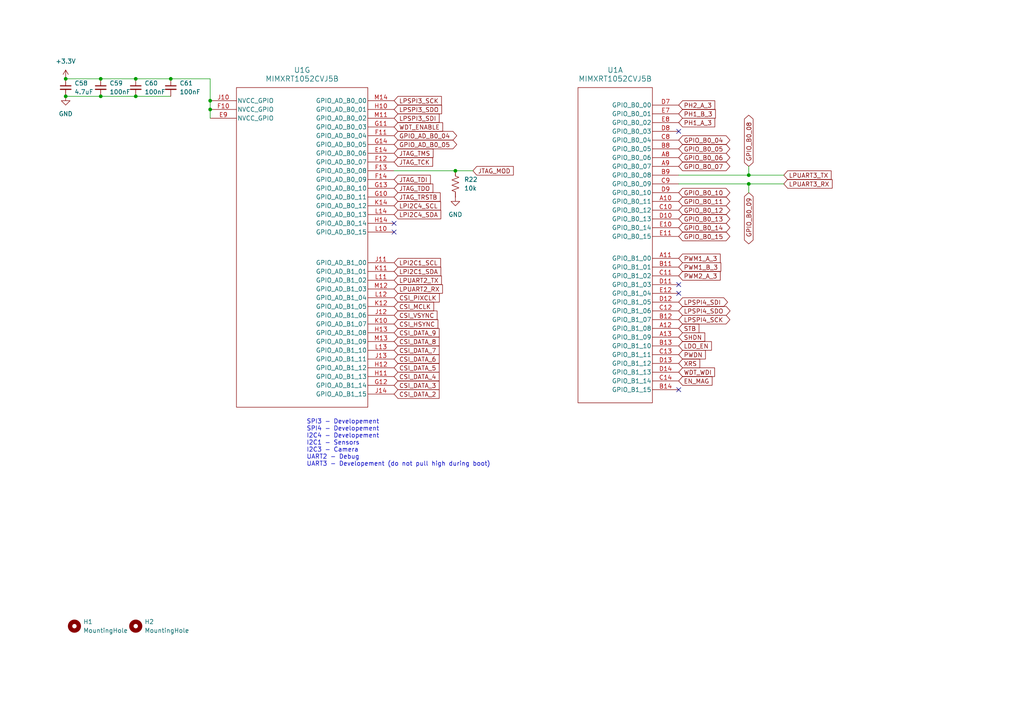
<source format=kicad_sch>
(kicad_sch (version 20250114) (generator "eeschema") (generator_version "9.0")
  (paper "A4")
  (title_block (title "Payload Board for Pleiades Atlas") (rev "v0.2") (company "Northeastern University") (comment 1 "Designed by Madhav Kapa"))
  (lib_symbols
    (symbol "Device:C_Small" (pin_numbers (hide yes)) (pin_names (offset 0.254) (hide yes))
      (property "Reference" "C" (at 0.254 1.778 0))
      (property "Value" "C_Small" (at 0.254 -2.032 0))
      (symbol "C_Small_0_1"
        (polyline (pts (xy -1.524 0.508) (xy 1.524 0.508)) (stroke (width 0.3048)))
        (polyline (pts (xy -1.524 -0.508) (xy 1.524 -0.508)) (stroke (width 0.3302)))
      )
      (symbol "C_Small_1_1"
        (pin passive line (at 0 2.54 270) (length 2.032) (name "~") (number "1"))
        (pin passive line (at 0 -2.54 90) (length 2.032) (name "~") (number "2"))
      )
    )
    (symbol "Device:R_US" (pin_numbers (hide yes)) (pin_names (offset 0))
      (property "Reference" "R" (at 2.54 0 90))
      (property "Value" "R_US" (at -2.54 0 90))
      (symbol "R_US_0_1"
        (polyline (pts (xy 0 2.286) (xy 0 2.54)))
        (polyline (pts (xy 0 2.286) (xy 1.016 1.905) (xy 0 1.524) (xy -1.016 1.143) (xy 0 0.762)))
        (polyline (pts (xy 0 0.762) (xy 1.016 0.381) (xy 0 0) (xy -1.016 -0.381) (xy 0 -0.762)))
        (polyline (pts (xy 0 -0.762) (xy 1.016 -1.143) (xy 0 -1.524) (xy -1.016 -1.905) (xy 0 -2.286)))
        (polyline (pts (xy 0 -2.286) (xy 0 -2.54)))
      )
      (symbol "R_US_1_1"
        (pin passive line (at 0 3.81 270) (length 1.27) (name "~") (number "1"))
        (pin passive line (at 0 -3.81 90) (length 1.27) (name "~") (number "2"))
      )
    )
    (symbol "MIMXRT1052CVJ5B:MIMXRT1052CVJ5B" (pin_names (offset 0.254))
      (property "Reference" "U" (at 38.1 10.16 0))
      (property "Value" "MIMXRT1052CVJ5B" (at 38.1 7.62 0))
      (symbol "MIMXRT1052CVJ5B_1_1"
        (rectangle (start 0 0) (end 21.59 -91.44))
        (pin bidirectional line (at 29.21 -5.08 180) (length 7.62) (name "GPIO_B0_00") (number "D7"))
        (pin bidirectional line (at 29.21 -7.62 180) (length 7.62) (name "GPIO_B0_01") (number "E7"))
        (pin bidirectional line (at 29.21 -10.16 180) (length 7.62) (name "GPIO_B0_02") (number "E8"))
        (pin bidirectional line (at 29.21 -12.7 180) (length 7.62) (name "GPIO_B0_03") (number "D8"))
        (pin bidirectional line (at 29.21 -15.24 180) (length 7.62) (name "GPIO_B0_04") (number "C8"))
        (pin bidirectional line (at 29.21 -17.78 180) (length 7.62) (name "GPIO_B0_05") (number "B8"))
        (pin bidirectional line (at 29.21 -20.32 180) (length 7.62) (name "GPIO_B0_06") (number "A8"))
        (pin bidirectional line (at 29.21 -22.86 180) (length 7.62) (name "GPIO_B0_07") (number "A9"))
        (pin bidirectional line (at 29.21 -25.4 180) (length 7.62) (name "GPIO_B0_08") (number "B9"))
        (pin bidirectional line (at 29.21 -27.94 180) (length 7.62) (name "GPIO_B0_09") (number "C9"))
        (pin bidirectional line (at 29.21 -30.48 180) (length 7.62) (name "GPIO_B0_10") (number "D9"))
        (pin bidirectional line (at 29.21 -33.02 180) (length 7.62) (name "GPIO_B0_11") (number "A10"))
        (pin bidirectional line (at 29.21 -35.56 180) (length 7.62) (name "GPIO_B0_12") (number "C10"))
        (pin bidirectional line (at 29.21 -38.1 180) (length 7.62) (name "GPIO_B0_13") (number "D10"))
        (pin bidirectional line (at 29.21 -40.64 180) (length 7.62) (name "GPIO_B0_14") (number "E10"))
        (pin bidirectional line (at 29.21 -43.18 180) (length 7.62) (name "GPIO_B0_15") (number "E11"))
        (pin bidirectional line (at 29.21 -49.53 180) (length 7.62) (name "GPIO_B1_00") (number "A11"))
        (pin bidirectional line (at 29.21 -52.07 180) (length 7.62) (name "GPIO_B1_01") (number "B11"))
        (pin bidirectional line (at 29.21 -54.61 180) (length 7.62) (name "GPIO_B1_02") (number "C11"))
        (pin bidirectional line (at 29.21 -57.15 180) (length 7.62) (name "GPIO_B1_03") (number "D11"))
        (pin bidirectional line (at 29.21 -59.69 180) (length 7.62) (name "GPIO_B1_04") (number "E12"))
        (pin bidirectional line (at 29.21 -62.23 180) (length 7.62) (name "GPIO_B1_05") (number "D12"))
        (pin bidirectional line (at 29.21 -64.77 180) (length 7.62) (name "GPIO_B1_06") (number "C12"))
        (pin bidirectional line (at 29.21 -67.31 180) (length 7.62) (name "GPIO_B1_07") (number "B12"))
        (pin bidirectional line (at 29.21 -69.85 180) (length 7.62) (name "GPIO_B1_08") (number "A12"))
        (pin bidirectional line (at 29.21 -72.39 180) (length 7.62) (name "GPIO_B1_09") (number "A13"))
        (pin bidirectional line (at 29.21 -74.93 180) (length 7.62) (name "GPIO_B1_10") (number "B13"))
        (pin bidirectional line (at 29.21 -77.47 180) (length 7.62) (name "GPIO_B1_11") (number "C13"))
        (pin bidirectional line (at 29.21 -80.01 180) (length 7.62) (name "GPIO_B1_12") (number "D13"))
        (pin bidirectional line (at 29.21 -82.55 180) (length 7.62) (name "GPIO_B1_13") (number "D14"))
        (pin bidirectional line (at 29.21 -85.09 180) (length 7.62) (name "GPIO_B1_14") (number "C14"))
        (pin bidirectional line (at 29.21 -87.63 180) (length 7.62) (name "GPIO_B1_15") (number "B14"))
      )
      (symbol "MIMXRT1052CVJ5B_2_1"
        (rectangle (start 0 -62.23) (end 36.83 0))
        (pin power_in line (at -7.62 -6.35 0) (length 7.62) (name "NVCC_SD0") (number "J6"))
        (pin power_in line (at -7.62 -27.94 0) (length 7.62) (name "NVCC_SD1") (number "K5"))
        (pin bidirectional line (at 44.45 -6.35 180) (length 7.62) (name "GPIO_SD_B0_00") (number "J4"))
        (pin bidirectional line (at 44.45 -8.89 180) (length 7.62) (name "GPIO_SD_B0_01") (number "J3"))
        (pin bidirectional line (at 44.45 -11.43 180) (length 7.62) (name "GPIO_SD_B0_02") (number "J1"))
        (pin bidirectional line (at 44.45 -13.97 180) (length 7.62) (name "GPIO_SD_B0_03") (number "K1"))
        (pin bidirectional line (at 44.45 -16.51 180) (length 7.62) (name "GPIO_SD_B0_04") (number "H2"))
        (pin bidirectional line (at 44.45 -19.05 180) (length 7.62) (name "GPIO_SD_B0_05") (number "J2"))
        (pin bidirectional line (at 44.45 -27.94 180) (length 7.62) (name "GPIO_SD_B1_00") (number "L5"))
        (pin bidirectional line (at 44.45 -30.48 180) (length 7.62) (name "GPIO_SD_B1_01") (number "M5"))
        (pin bidirectional line (at 44.45 -33.02 180) (length 7.62) (name "GPIO_SD_B1_02") (number "M3"))
        (pin bidirectional line (at 44.45 -35.56 180) (length 7.62) (name "GPIO_SD_B1_03") (number "M4"))
        (pin bidirectional line (at 44.45 -38.1 180) (length 7.62) (name "GPIO_SD_B1_04") (number "P2"))
        (pin bidirectional line (at 44.45 -40.64 180) (length 7.62) (name "GPIO_SD_B1_05") (number "N3"))
        (pin bidirectional line (at 44.45 -43.18 180) (length 7.62) (name "GPIO_SD_B1_06") (number "L3"))
        (pin bidirectional line (at 44.45 -45.72 180) (length 7.62) (name "GPIO_SD_B1_07") (number "L4"))
        (pin bidirectional line (at 44.45 -48.26 180) (length 7.62) (name "GPIO_SD_B1_08") (number "P3"))
        (pin bidirectional line (at 44.45 -50.8 180) (length 7.62) (name "GPIO_SD_B1_09") (number "N4"))
        (pin bidirectional line (at 44.45 -53.34 180) (length 7.62) (name "GPIO_SD_B1_10") (number "P4"))
        (pin bidirectional line (at 44.45 -55.88 180) (length 7.62) (name "GPIO_SD_B1_11") (number "P5"))
      )
      (symbol "MIMXRT1052CVJ5B_3_1"
        (rectangle (start 0 -50.8) (end 25.4 0))
        (pin power_in line (at -7.62 -2.54 0) (length 7.62) (name "NGND_KEL0") (number "K9"))
        (pin power_in line (at 33.02 -2.54 180) (length 7.62) (name "VSS") (number "B5"))
        (pin power_in line (at 33.02 -5.08 180) (length 7.62) (name "VSS") (number "L9"))
        (pin power_in line (at 33.02 -7.62 180) (length 7.62) (name "VSS") (number "G7"))
        (pin power_in line (at 33.02 -10.16 180) (length 7.62) (name "VSS") (number "G8"))
        (pin power_in line (at 33.02 -12.7 180) (length 7.62) (name "VSS") (number "E13"))
        (pin power_in line (at 33.02 -15.24 180) (length 7.62) (name "VSS") (number "H7"))
        (pin power_in line (at 33.02 -17.78 180) (length 7.62) (name "VSS") (number "H8"))
        (pin power_in line (at 33.02 -20.32 180) (length 7.62) (name "VSS") (number "J7"))
        (pin power_in line (at 33.02 -22.86 180) (length 7.62) (name "VSS") (number "J8"))
        (pin power_in line (at 33.02 -25.4 180) (length 7.62) (name "VSS") (number "E2"))
        (pin power_in line (at 33.02 -27.94 180) (length 7.62) (name "VSS") (number "K2"))
        (pin power_in line (at 33.02 -30.48 180) (length 7.62) (name "VSS") (number "N5"))
        (pin power_in line (at 33.02 -33.02 180) (length 7.62) (name "VSS") (number "N8"))
        (pin power_in line (at 33.02 -35.56 180) (length 7.62) (name "VSS") (number "K13"))
        (pin power_in line (at 33.02 -38.1 180) (length 7.62) (name "VSS") (number "P1"))
        (pin power_in line (at 33.02 -40.64 180) (length 7.62) (name "VSS") (number "A14"))
        (pin power_in line (at 33.02 -43.18 180) (length 7.62) (name "VSS") (number "B10"))
        (pin power_in line (at 33.02 -45.72 180) (length 7.62) (name "VSS") (number "P14"))
        (pin power_in line (at 33.02 -48.26 180) (length 7.62) (name "VSS") (number "A1"))
      )
      (symbol "MIMXRT1052CVJ5B_4_1"
        (rectangle (start 0 0) (end 25.4 -44.45))
        (pin bidirectional line (at -7.62 -5.08 0) (length 7.62) (name "ONOFF") (number "M6"))
        (pin input line (at -7.62 -7.62 0) (length 7.62) (name "POR_B") (number "M7"))
        (pin bidirectional line (at -7.62 -12.7 0) (length 7.62) (name "TEST_MODE") (number "K6"))
        (pin bidirectional line (at -7.62 -17.78 0) (length 7.62) (name "PMIC_ON_REQ") (number "K7"))
        (pin bidirectional line (at -7.62 -20.32 0) (length 7.62) (name "PMIC_STBY_REQ") (number "L7"))
        (pin input line (at -7.62 -25.4 0) (length 7.62) (name "RTC_XTALI") (number "N9"))
        (pin output line (at -7.62 -27.94 0) (length 7.62) (name "RTC_XTALO") (number "P9"))
        (pin bidirectional line (at -7.62 -34.29 0) (length 7.62) (name "GPANAIO") (number "N10"))
        (pin power_in line (at -7.62 -38.1 0) (length 7.62) (name "DCDC_GND") (number "N1"))
        (pin power_in line (at -7.62 -40.64 0) (length 7.62) (name "DCDC_GND") (number "N2"))
        (pin bidirectional line (at 33.02 -5.08 180) (length 7.62) (name "CCM_CLK1_N") (number "P13"))
        (pin bidirectional line (at 33.02 -7.62 180) (length 7.62) (name "CCM_CLK1_P") (number "N13"))
        (pin input line (at 33.02 -12.7 180) (length 7.62) (name "XTALI") (number "P11"))
        (pin output line (at 33.02 -15.24 180) (length 7.62) (name "XTALO") (number "N11"))
        (pin unspecified line (at 33.02 -19.05 180) (length 7.62) (name "DCDC_LP") (number "M2"))
        (pin unspecified line (at 33.02 -21.59 180) (length 7.62) (name "DCDC_LP") (number "M1"))
        (pin input line (at 33.02 -24.13 180) (length 7.62) (name "DCDC_IN") (number "L2"))
        (pin input line (at 33.02 -26.67 180) (length 7.62) (name "DCDC_IN") (number "L1"))
        (pin input line (at 33.02 -29.21 180) (length 7.62) (name "DCDC_IN_Q") (number "K4"))
        (pin unspecified line (at 33.02 -33.02 180) (length 7.62) (name "DCDC_SENSE") (number "J5"))
        (pin unspecified line (at 33.02 -35.56 180) (length 7.62) (name "DCDC_PSWITCH") (number "K3"))
        (pin bidirectional line (at 33.02 -40.64 180) (length 7.62) (name "WAKEUP") (number "L6"))
      )
      (symbol "MIMXRT1052CVJ5B_5_1"
        (rectangle (start 0 0) (end 31.75 -57.785))
        (pin power_in line (at -7.62 -3.81 0) (length 7.62) (name "VDD_HIGH_CAP") (number "P8"))
        (pin power_in line (at -7.62 -15.24 0) (length 7.62) (name "VDDA_ADC_3P3") (number "N14"))
        (pin power_in line (at -7.62 -26.67 0) (length 7.62) (name "VDD_SNVS_CAP") (number "M10"))
        (pin power_in line (at -7.62 -36.83 0) (length 7.62) (name "VDD_HIGH_IN") (number "P12"))
        (pin power_in line (at -7.62 -45.72 0) (length 7.62) (name "VDD_SNVS_IN") (number "M9"))
        (pin power_in line (at -7.62 -54.61 0) (length 7.62) (name "NVCC_PLL") (number "P10"))
        (pin power_in line (at 39.37 -6.35 180) (length 7.62) (name "VDD_SOC_IN") (number "J9"))
        (pin power_in line (at 39.37 -8.89 180) (length 7.62) (name "VDD_SOC_IN") (number "H9"))
        (pin power_in line (at 39.37 -11.43 180) (length 7.62) (name "VDD_SOC_IN") (number "H6"))
        (pin power_in line (at 39.37 -13.97 180) (length 7.62) (name "VDD_SOC_IN") (number "G9"))
        (pin power_in line (at 39.37 -16.51 180) (length 7.62) (name "VDD_SOC_IN") (number "G6"))
        (pin power_in line (at 39.37 -19.05 180) (length 7.62) (name "VDD_SOC_IN") (number "F9"))
        (pin power_in line (at 39.37 -21.59 180) (length 7.62) (name "VDD_SOC_IN") (number "F8"))
        (pin power_in line (at 39.37 -24.13 180) (length 7.62) (name "VDD_SOC_IN") (number "F7"))
        (pin power_in line (at 39.37 -26.67 180) (length 7.62) (name "VDD_SOC_IN") (number "F6"))
      )
      (symbol "MIMXRT1052CVJ5B_6_1"
        (rectangle (start 0 -34.29) (end 20.32 0))
        (pin bidirectional line (at 27.94 -3.81 180) (length 7.62) (name "USB_OTG1_DN") (number "M8"))
        (pin bidirectional line (at 27.94 -6.35 180) (length 7.62) (name "USB_OTG1_DP") (number "L8"))
        (pin bidirectional line (at 27.94 -10.16 180) (length 7.62) (name "USB_OTG1_CHD_B") (number "N12"))
        (pin bidirectional line (at 27.94 -12.7 180) (length 7.62) (name "USB_OTG1_VBUS") (number "N6"))
        (pin bidirectional line (at 27.94 -17.78 180) (length 7.62) (name "USB_OTG2_DN") (number "N7"))
        (pin bidirectional line (at 27.94 -20.32 180) (length 7.62) (name "USB_OTG2_DP") (number "P7"))
        (pin bidirectional line (at 27.94 -24.13 180) (length 7.62) (name "USB_OTG2_VBUS") (number "P6"))
        (pin power_in line (at 27.94 -30.48 180) (length 7.62) (name "VDD_USB_CAP") (number "K8"))
      )
      (symbol "MIMXRT1052CVJ5B_7_1"
        (rectangle (start 0 0) (end 38.1 -92.71))
        (pin bidirectional line (at -7.62 -3.81 0) (length 7.62) (name "GPIO_AD_B0_00") (number "M14"))
        (pin bidirectional line (at -7.62 -6.35 0) (length 7.62) (name "GPIO_AD_B0_01") (number "H10"))
        (pin bidirectional line (at -7.62 -8.89 0) (length 7.62) (name "GPIO_AD_B0_02") (number "M11"))
        (pin bidirectional line (at -7.62 -11.43 0) (length 7.62) (name "GPIO_AD_B0_03") (number "G11"))
        (pin bidirectional line (at -7.62 -13.97 0) (length 7.62) (name "GPIO_AD_B0_04") (number "F11"))
        (pin bidirectional line (at -7.62 -16.51 0) (length 7.62) (name "GPIO_AD_B0_05") (number "G14"))
        (pin bidirectional line (at -7.62 -19.05 0) (length 7.62) (name "GPIO_AD_B0_06") (number "E14"))
        (pin bidirectional line (at -7.62 -21.59 0) (length 7.62) (name "GPIO_AD_B0_07") (number "F12"))
        (pin bidirectional line (at -7.62 -24.13 0) (length 7.62) (name "GPIO_AD_B0_08") (number "F13"))
        (pin bidirectional line (at -7.62 -26.67 0) (length 7.62) (name "GPIO_AD_B0_09") (number "F14"))
        (pin bidirectional line (at -7.62 -29.21 0) (length 7.62) (name "GPIO_AD_B0_10") (number "G13"))
        (pin bidirectional line (at -7.62 -31.75 0) (length 7.62) (name "GPIO_AD_B0_11") (number "G10"))
        (pin bidirectional line (at -7.62 -34.29 0) (length 7.62) (name "GPIO_AD_B0_12") (number "K14"))
        (pin bidirectional line (at -7.62 -36.83 0) (length 7.62) (name "GPIO_AD_B0_13") (number "L14"))
        (pin bidirectional line (at -7.62 -39.37 0) (length 7.62) (name "GPIO_AD_B0_14") (number "H14"))
        (pin bidirectional line (at -7.62 -41.91 0) (length 7.62) (name "GPIO_AD_B0_15") (number "L10"))
        (pin bidirectional line (at -7.62 -50.8 0) (length 7.62) (name "GPIO_AD_B1_00") (number "J11"))
        (pin bidirectional line (at -7.62 -53.34 0) (length 7.62) (name "GPIO_AD_B1_01") (number "K11"))
        (pin bidirectional line (at -7.62 -55.88 0) (length 7.62) (name "GPIO_AD_B1_02") (number "L11"))
        (pin bidirectional line (at -7.62 -58.42 0) (length 7.62) (name "GPIO_AD_B1_03") (number "M12"))
        (pin bidirectional line (at -7.62 -60.96 0) (length 7.62) (name "GPIO_AD_B1_04") (number "L12"))
        (pin bidirectional line (at -7.62 -63.5 0) (length 7.62) (name "GPIO_AD_B1_05") (number "K12"))
        (pin bidirectional line (at -7.62 -66.04 0) (length 7.62) (name "GPIO_AD_B1_06") (number "J12"))
        (pin bidirectional line (at -7.62 -68.58 0) (length 7.62) (name "GPIO_AD_B1_07") (number "K10"))
        (pin bidirectional line (at -7.62 -71.12 0) (length 7.62) (name "GPIO_AD_B1_08") (number "H13"))
        (pin bidirectional line (at -7.62 -73.66 0) (length 7.62) (name "GPIO_AD_B1_09") (number "M13"))
        (pin bidirectional line (at -7.62 -76.2 0) (length 7.62) (name "GPIO_AD_B1_10") (number "L13"))
        (pin bidirectional line (at -7.62 -78.74 0) (length 7.62) (name "GPIO_AD_B1_11") (number "J13"))
        (pin bidirectional line (at -7.62 -81.28 0) (length 7.62) (name "GPIO_AD_B1_12") (number "H12"))
        (pin bidirectional line (at -7.62 -83.82 0) (length 7.62) (name "GPIO_AD_B1_13") (number "H11"))
        (pin bidirectional line (at -7.62 -86.36 0) (length 7.62) (name "GPIO_AD_B1_14") (number "G12"))
        (pin bidirectional line (at -7.62 -88.9 0) (length 7.62) (name "GPIO_AD_B1_15") (number "J14"))
        (pin power_in line (at 45.72 -3.81 180) (length 7.62) (name "NVCC_GPIO") (number "J10"))
        (pin power_in line (at 45.72 -6.35 180) (length 7.62) (name "NVCC_GPIO") (number "F10"))
        (pin power_in line (at 45.72 -8.89 180) (length 7.62) (name "NVCC_GPIO") (number "E9"))
      )
      (symbol "MIMXRT1052CVJ5B_8_1"
        (rectangle (start 0 0) (end 24.13 -111.76))
        (pin power_in line (at -7.62 -3.81 0) (length 7.62) (name "NVCC_EMC") (number "E6"))
        (pin power_in line (at -7.62 -6.35 0) (length 7.62) (name "NVCC_EMC") (number "F5"))
        (pin bidirectional line (at 31.75 -3.81 180) (length 7.62) (name "GPIO_EMC_00") (number "E3"))
        (pin bidirectional line (at 31.75 -6.35 180) (length 7.62) (name "GPIO_EMC_01") (number "F3"))
        (pin bidirectional line (at 31.75 -8.89 180) (length 7.62) (name "GPIO_EMC_02") (number "F4"))
        (pin bidirectional line (at 31.75 -11.43 180) (length 7.62) (name "GPIO_EMC_03") (number "G4"))
        (pin bidirectional line (at 31.75 -13.97 180) (length 7.62) (name "GPIO_EMC_04") (number "F2"))
        (pin bidirectional line (at 31.75 -16.51 180) (length 7.62) (name "GPIO_EMC_05") (number "G5"))
        (pin bidirectional line (at 31.75 -19.05 180) (length 7.62) (name "GPIO_EMC_06") (number "H5"))
        (pin bidirectional line (at 31.75 -21.59 180) (length 7.62) (name "GPIO_EMC_07") (number "H4"))
        (pin bidirectional line (at 31.75 -24.13 180) (length 7.62) (name "GPIO_EMC_08") (number "H3"))
        (pin bidirectional line (at 31.75 -26.67 180) (length 7.62) (name "GPIO_EMC_09") (number "C2"))
        (pin bidirectional line (at 31.75 -29.21 180) (length 7.62) (name "GPIO_EMC_10") (number "G1"))
        (pin bidirectional line (at 31.75 -31.75 180) (length 7.62) (name "GPIO_EMC_11") (number "G3"))
        (pin bidirectional line (at 31.75 -34.29 180) (length 7.62) (name "GPIO_EMC_12") (number "H1"))
        (pin bidirectional line (at 31.75 -36.83 180) (length 7.62) (name "GPIO_EMC_13") (number "A6"))
        (pin bidirectional line (at 31.75 -39.37 180) (length 7.62) (name "GPIO_EMC_14") (number "B6"))
        (pin bidirectional line (at 31.75 -41.91 180) (length 7.62) (name "GPIO_EMC_15") (number "B1"))
        (pin bidirectional line (at 31.75 -44.45 180) (length 7.62) (name "GPIO_EMC_16") (number "A5"))
        (pin bidirectional line (at 31.75 -46.99 180) (length 7.62) (name "GPIO_EMC_17") (number "A4"))
        (pin bidirectional line (at 31.75 -49.53 180) (length 7.62) (name "GPIO_EMC_18") (number "B2"))
        (pin bidirectional line (at 31.75 -52.07 180) (length 7.62) (name "GPIO_EMC_19") (number "B4"))
        (pin bidirectional line (at 31.75 -54.61 180) (length 7.62) (name "GPIO_EMC_20") (number "A3"))
        (pin bidirectional line (at 31.75 -57.15 180) (length 7.62) (name "GPIO_EMC_21") (number "C1"))
        (pin bidirectional line (at 31.75 -59.69 180) (length 7.62) (name "GPIO_EMC_22") (number "F1"))
        (pin bidirectional line (at 31.75 -62.23 180) (length 7.62) (name "GPIO_EMC_23") (number "G2"))
        (pin bidirectional line (at 31.75 -64.77 180) (length 7.62) (name "GPIO_EMC_24") (number "D3"))
        (pin bidirectional line (at 31.75 -67.31 180) (length 7.62) (name "GPIO_EMC_25") (number "D2"))
        (pin bidirectional line (at 31.75 -69.85 180) (length 7.62) (name "GPIO_EMC_26") (number "B3"))
        (pin bidirectional line (at 31.75 -72.39 180) (length 7.62) (name "GPIO_EMC_27") (number "A2"))
        (pin bidirectional line (at 31.75 -74.93 180) (length 7.62) (name "GPIO_EMC_28") (number "D1"))
        (pin bidirectional line (at 31.75 -77.47 180) (length 7.62) (name "GPIO_EMC_29") (number "E1"))
        (pin bidirectional line (at 31.75 -80.01 180) (length 7.62) (name "GPIO_EMC_30") (number "C6"))
        (pin bidirectional line (at 31.75 -82.55 180) (length 7.62) (name "GPIO_EMC_31") (number "C5"))
        (pin bidirectional line (at 31.75 -85.09 180) (length 7.62) (name "GPIO_EMC_32") (number "D5"))
        (pin bidirectional line (at 31.75 -87.63 180) (length 7.62) (name "GPIO_EMC_33") (number "C4"))
        (pin bidirectional line (at 31.75 -90.17 180) (length 7.62) (name "GPIO_EMC_34") (number "D4"))
        (pin bidirectional line (at 31.75 -92.71 180) (length 7.62) (name "GPIO_EMC_35") (number "E5"))
        (pin bidirectional line (at 31.75 -95.25 180) (length 7.62) (name "GPIO_EMC_36") (number "C3"))
        (pin bidirectional line (at 31.75 -97.79 180) (length 7.62) (name "GPIO_EMC_37") (number "E4"))
        (pin bidirectional line (at 31.75 -100.33 180) (length 7.62) (name "GPIO_EMC_38") (number "D6"))
        (pin bidirectional line (at 31.75 -102.87 180) (length 7.62) (name "GPIO_EMC_39") (number "B7"))
        (pin bidirectional line (at 31.75 -105.41 180) (length 7.62) (name "GPIO_EMC_40") (number "A7"))
        (pin bidirectional line (at 31.75 -107.95 180) (length 7.62) (name "GPIO_EMC_41") (number "C7"))
      )
    )
    (symbol "Mechanical:MountingHole" (pin_names (offset 1.016)) (exclude_from_sim yes) (in_bom no)
      (property "Reference" "H" (at 0 5.08 0))
      (property "Value" "MountingHole" (at 0 3.175 0))
      (symbol "MountingHole_0_1"
        (circle (center 0 0) (radius 1.27) (stroke (width 1.27)))
      )
    )
    (symbol "power:+3.3V" (power) (pin_numbers (hide yes)) (pin_names (offset 0) (hide yes))
      (property "Value" "+3.3V" (at 0 3.556 0))
      (symbol "+3.3V_0_1"
        (polyline (pts (xy -0.762 1.27) (xy 0 2.54)))
        (polyline (pts (xy 0 2.54) (xy 0.762 1.27)))
        (polyline (pts (xy 0 0) (xy 0 2.54)))
      )
      (symbol "+3.3V_1_1"
        (pin power_in line (at 0 0 90) (length 0) (name "~") (number "1"))
      )
    )
    (symbol "power:GND" (power) (pin_numbers (hide yes)) (pin_names (offset 0) (hide yes))
      (property "Value" "GND" (at 0 -3.81 0))
      (symbol "GND_0_1"
        (polyline (pts (xy 0 0) (xy 0 -1.27) (xy 1.27 -1.27) (xy 0 -2.54) (xy -1.27 -1.27) (xy 0 -1.27)))
      )
      (symbol "GND_1_1"
        (pin power_in line (at 0 0 270) (length 0) (name "~") (number "1"))
      )
    )
  )
  (text "SPI3 - Developement\nSPI4 - Developement\nI2C4 - Developement\nI2C1 - Sensors\nI2C3 - Camera\nUART2 - Debug\nUART3 - Developement (do not pull high during boot)" (at 88.9 128.524 0) (effects (font (size 1.27 1.27)) (justify left)))
  (junction (at 217.17 53.34))
  (junction (at 60.96 29.21))
  (junction (at 29.21 27.94))
  (junction (at 29.21 22.86))
  (junction (at 60.96 31.75))
  (junction (at 19.05 27.94))
  (junction (at 217.17 50.8))
  (junction (at 132.08 49.53))
  (junction (at 49.53 22.86))
  (junction (at 19.05 22.86))
  (junction (at 39.37 27.94))
  (junction (at 39.37 22.86))
  (no_connect (at 196.85 38.1))
  (no_connect (at 196.85 113.03))
  (no_connect (at 114.3 64.77))
  (no_connect (at 196.85 82.55))
  (no_connect (at 114.3 67.31))
  (no_connect (at 196.85 85.09))
  (wire (pts (xy 39.37 27.94) (xy 49.53 27.94)))
  (wire (pts (xy 29.21 27.94) (xy 39.37 27.94)))
  (wire (pts (xy 39.37 22.86) (xy 49.53 22.86)))
  (wire (pts (xy 29.21 22.86) (xy 39.37 22.86)))
  (wire (pts (xy 19.05 22.86) (xy 29.21 22.86)))
  (wire (pts (xy 132.08 49.53) (xy 114.3 49.53)))
  (wire (pts (xy 217.17 48.26) (xy 217.17 50.8)))
  (wire (pts (xy 49.53 22.86) (xy 60.96 22.86)))
  (wire (pts (xy 227.33 53.34) (xy 217.17 53.34)))
  (wire (pts (xy 217.17 53.34) (xy 196.85 53.34)))
  (wire (pts (xy 60.96 29.21) (xy 60.96 22.86)))
  (wire (pts (xy 217.17 55.88) (xy 217.17 53.34)))
  (wire (pts (xy 19.05 27.94) (xy 29.21 27.94)))
  (wire (pts (xy 227.33 50.8) (xy 217.17 50.8)))
  (wire (pts (xy 217.17 50.8) (xy 196.85 50.8)))
  (wire (pts (xy 60.96 29.21) (xy 60.96 31.75)))
  (wire (pts (xy 137.16 49.53) (xy 132.08 49.53)))
  (wire (pts (xy 60.96 31.75) (xy 60.96 34.29)))
  (global_label "GPIO_B0_13" (shape bidirectional) (at 196.85 63.5 0) (property "Intersheetrefs" "${INTERSHEET_REFS}" (effects (hide yes))))
  (global_label "JTAG_TDI" (shape input) (at 114.3 52.07 0) (property "Intersheetrefs" "${INTERSHEET_REFS}" (effects (hide yes))))
  (global_label "GPIO_B0_08" (shape bidirectional) (at 217.17 48.26 90) (property "Intersheetrefs" "${INTERSHEET_REFS}" (effects (hide yes))))
  (global_label "LPSPI4_SDO" (shape bidirectional) (at 196.85 90.17 0) (property "Intersheetrefs" "${INTERSHEET_REFS}" (effects (hide yes))))
  (global_label "CSI_PIXCLK" (shape input) (at 114.3 86.36 0) (property "Intersheetrefs" "${INTERSHEET_REFS}" (effects (hide yes))))
  (global_label "PH1_B_3" (shape input) (at 196.85 33.02 0) (property "Intersheetrefs" "${INTERSHEET_REFS}" (effects (hide yes))))
  (global_label "JTAG_TCK" (shape input) (at 114.3 46.99 0) (property "Intersheetrefs" "${INTERSHEET_REFS}" (effects (hide yes))))
  (global_label "EN_MAG" (shape input) (at 196.85 110.49 0) (property "Intersheetrefs" "${INTERSHEET_REFS}" (effects (hide yes))))
  (global_label "LPSPI4_SDI" (shape bidirectional) (at 196.85 87.63 0) (property "Intersheetrefs" "${INTERSHEET_REFS}" (effects (hide yes))))
  (global_label "GPIO_AD_B0_05" (shape bidirectional) (at 114.3 41.91 0) (property "Intersheetrefs" "${INTERSHEET_REFS}" (effects (hide yes))))
  (global_label "LPUART3_TX" (shape input) (at 227.33 50.8 0) (property "Intersheetrefs" "${INTERSHEET_REFS}" (effects (hide yes))))
  (global_label "LPSPI4_SCK" (shape bidirectional) (at 196.85 92.71 0) (property "Intersheetrefs" "${INTERSHEET_REFS}" (effects (hide yes))))
  (global_label "CSI_DATA_8" (shape input) (at 114.3 99.06 0) (property "Intersheetrefs" "${INTERSHEET_REFS}" (effects (hide yes))))
  (global_label "XRS" (shape input) (at 196.85 105.41 0) (property "Intersheetrefs" "${INTERSHEET_REFS}" (effects (hide yes))))
  (global_label "PWDN" (shape input) (at 196.85 102.87 0) (property "Intersheetrefs" "${INTERSHEET_REFS}" (effects (hide yes))))
  (global_label "CSI_DATA_5" (shape input) (at 114.3 106.68 0) (property "Intersheetrefs" "${INTERSHEET_REFS}" (effects (hide yes))))
  (global_label "LDO_EN" (shape input) (at 196.85 100.33 0) (property "Intersheetrefs" "${INTERSHEET_REFS}" (effects (hide yes))))
  (global_label "CSI_DATA_6" (shape input) (at 114.3 104.14 0) (property "Intersheetrefs" "${INTERSHEET_REFS}" (effects (hide yes))))
  (global_label "PH2_A_3" (shape input) (at 196.85 30.48 0) (property "Intersheetrefs" "${INTERSHEET_REFS}" (effects (hide yes))))
  (global_label "GPIO_B0_11" (shape bidirectional) (at 196.85 58.42 0) (property "Intersheetrefs" "${INTERSHEET_REFS}" (effects (hide yes))))
  (global_label "JTAG_MOD" (shape input) (at 137.16 49.53 0) (property "Intersheetrefs" "${INTERSHEET_REFS}" (effects (hide yes))))
  (global_label "JTAG_TMS" (shape input) (at 114.3 44.45 0) (property "Intersheetrefs" "${INTERSHEET_REFS}" (effects (hide yes))))
  (global_label "CSI_DATA_2" (shape input) (at 114.3 114.3 0) (property "Intersheetrefs" "${INTERSHEET_REFS}" (effects (hide yes))))
  (global_label "GPIO_B0_04" (shape bidirectional) (at 196.85 40.64 0) (property "Intersheetrefs" "${INTERSHEET_REFS}" (effects (hide yes))))
  (global_label "WDT_WDI" (shape input) (at 196.85 107.95 0) (effects (font (thickness 0.1588))) (property "Intersheetrefs" "${INTERSHEET_REFS}" (effects (hide yes))))
  (global_label "SHDN" (shape input) (at 196.85 97.79 0) (property "Intersheetrefs" "${INTERSHEET_REFS}" (effects (hide yes))))
  (global_label "CSI_DATA_9" (shape input) (at 114.3 96.52 0) (property "Intersheetrefs" "${INTERSHEET_REFS}" (effects (hide yes))))
  (global_label "CSI_MCLK" (shape input) (at 114.3 88.9 0) (property "Intersheetrefs" "${INTERSHEET_REFS}" (effects (hide yes))))
  (global_label "PWM2_A_3" (shape input) (at 196.85 80.01 0) (property "Intersheetrefs" "${INTERSHEET_REFS}" (effects (hide yes))))
  (global_label "GPIO_B0_15" (shape bidirectional) (at 196.85 68.58 0) (property "Intersheetrefs" "${INTERSHEET_REFS}" (effects (hide yes))))
  (global_label "GPIO_B0_14" (shape bidirectional) (at 196.85 66.04 0) (property "Intersheetrefs" "${INTERSHEET_REFS}" (effects (hide yes))))
  (global_label "PWM1_A_3" (shape input) (at 196.85 74.93 0) (property "Intersheetrefs" "${INTERSHEET_REFS}" (effects (hide yes))))
  (global_label "LPSPI3_SDO" (shape input) (at 114.3 31.75 0) (property "Intersheetrefs" "${INTERSHEET_REFS}" (effects (hide yes))))
  (global_label "WDT_ENABLE" (shape input) (at 114.3 36.83 0) (property "Intersheetrefs" "${INTERSHEET_REFS}" (effects (hide yes))))
  (global_label "GPIO_B0_06" (shape bidirectional) (at 196.85 45.72 0) (property "Intersheetrefs" "${INTERSHEET_REFS}" (effects (hide yes))))
  (global_label "LPUART2_RX" (shape input) (at 114.3 83.82 0) (property "Intersheetrefs" "${INTERSHEET_REFS}" (effects (hide yes))))
  (global_label "LPUART2_TX" (shape input) (at 114.3 81.28 0) (property "Intersheetrefs" "${INTERSHEET_REFS}" (effects (hide yes))))
  (global_label "JTAG_TRSTB" (shape input) (at 114.3 57.15 0) (property "Intersheetrefs" "${INTERSHEET_REFS}" (effects (hide yes))))
  (global_label "LPI2C1_SDA" (shape input) (at 114.3 78.74 0) (property "Intersheetrefs" "${INTERSHEET_REFS}" (effects (hide yes))))
  (global_label "LPI2C4_SCL" (shape input) (at 114.3 59.69 0) (property "Intersheetrefs" "${INTERSHEET_REFS}" (effects (hide yes))))
  (global_label "STB" (shape input) (at 196.85 95.25 0) (property "Intersheetrefs" "${INTERSHEET_REFS}" (effects (hide yes))))
  (global_label "CSI_DATA_4" (shape input) (at 114.3 109.22 0) (property "Intersheetrefs" "${INTERSHEET_REFS}" (effects (hide yes))))
  (global_label "LPI2C1_SCL" (shape input) (at 114.3 76.2 0) (property "Intersheetrefs" "${INTERSHEET_REFS}" (effects (hide yes))))
  (global_label "CSI_VSYNC" (shape input) (at 114.3 91.44 0) (property "Intersheetrefs" "${INTERSHEET_REFS}" (effects (hide yes))))
  (global_label "LPSPI3_SDI" (shape input) (at 114.3 34.29 0) (property "Intersheetrefs" "${INTERSHEET_REFS}" (effects (hide yes))))
  (global_label "PWM1_B_3" (shape input) (at 196.85 77.47 0) (property "Intersheetrefs" "${INTERSHEET_REFS}" (effects (hide yes))))
  (global_label "GPIO_AD_B0_04" (shape bidirectional) (at 114.3 39.37 0) (property "Intersheetrefs" "${INTERSHEET_REFS}" (effects (hide yes))))
  (global_label "GPIO_B0_09" (shape bidirectional) (at 217.17 55.88 270) (property "Intersheetrefs" "${INTERSHEET_REFS}" (effects (hide yes))))
  (global_label "LPI2C4_SDA" (shape input) (at 114.3 62.23 0) (property "Intersheetrefs" "${INTERSHEET_REFS}" (effects (hide yes))))
  (global_label "GPIO_B0_07" (shape bidirectional) (at 196.85 48.26 0) (property "Intersheetrefs" "${INTERSHEET_REFS}" (effects (hide yes))))
  (global_label "LPUART3_RX" (shape input) (at 227.33 53.34 0) (property "Intersheetrefs" "${INTERSHEET_REFS}" (effects (hide yes))))
  (global_label "GPIO_B0_10" (shape bidirectional) (at 196.85 55.88 0) (property "Intersheetrefs" "${INTERSHEET_REFS}" (effects (hide yes))))
  (global_label "CSI_HSYNC" (shape input) (at 114.3 93.98 0) (property "Intersheetrefs" "${INTERSHEET_REFS}" (effects (hide yes))))
  (global_label "JTAG_TDO" (shape input) (at 114.3 54.61 0) (property "Intersheetrefs" "${INTERSHEET_REFS}" (effects (hide yes))))
  (global_label "GPIO_B0_12" (shape bidirectional) (at 196.85 60.96 0) (property "Intersheetrefs" "${INTERSHEET_REFS}" (effects (hide yes))))
  (global_label "CSI_DATA_3" (shape input) (at 114.3 111.76 0) (property "Intersheetrefs" "${INTERSHEET_REFS}" (effects (hide yes))))
  (global_label "GPIO_B0_05" (shape bidirectional) (at 196.85 43.18 0) (property "Intersheetrefs" "${INTERSHEET_REFS}" (effects (hide yes))))
  (global_label "PH1_A_3" (shape input) (at 196.85 35.56 0) (property "Intersheetrefs" "${INTERSHEET_REFS}" (effects (hide yes))))
  (global_label "CSI_DATA_7" (shape input) (at 114.3 101.6 0) (property "Intersheetrefs" "${INTERSHEET_REFS}" (effects (hide yes))))
  (global_label "LPSPI3_SCK" (shape input) (at 114.3 29.21 0) (property "Intersheetrefs" "${INTERSHEET_REFS}" (effects (hide yes))))
  (symbol (lib_id "power:+3.3V") (at 19.05 22.86 0) (unit 1)
    (property "Reference" "#PWR068" (effects (hide yes)))
    (property "Value" "+3.3V" (at 19.05 17.78 0))
    (property "Description" "Power symbol creates a global label with name \"+3.3V\"" (effects (hide yes)))
  )
  (symbol (lib_id "MIMXRT1052CVJ5B:MIMXRT1052CVJ5B") (at 106.68 25.4 0) (mirror y) (unit 7)
    (property "Reference" "U1" (at 87.63 20.32 0) (effects (font (size 1.524 1.524))))
    (property "Value" "MIMXRT1052CVJ5B" (at 87.63 22.86 0) (effects (font (size 1.524 1.524))))
    (property "Footprint" "MAPBGA196_12X12" (effects (hide yes)))
    (property "Datasheet" "MIMXRT1052CVJ5B" (effects (hide yes)))
  )
  (symbol (lib_id "Device:C_Small") (at 19.05 25.4 0) (unit 1)
    (property "Reference" "C58" (at 21.59 24.1362 0) (effects (justify left)))
    (property "Value" "4.7uF" (at 21.59 26.6762 0) (effects (justify left)))
    (property "Footprint" "Capacitor_SMD:C_0201_0603Metric" (effects (hide yes)))
    (property "Description" "Unpolarized capacitor, small symbol" (effects (hide yes)))
  )
  (symbol (lib_id "power:GND") (at 19.05 27.94 0) (unit 1)
    (property "Reference" "#PWR067" (effects (hide yes)))
    (property "Value" "GND" (at 19.05 33.02 0))
    (property "Description" "Power symbol creates a global label with name \"GND\" , ground" (effects (hide yes)))
  )
  (symbol (lib_id "MIMXRT1052CVJ5B:MIMXRT1052CVJ5B") (at 167.64 25.4 0) (unit 1)
    (property "Reference" "U1" (at 178.435 20.32 0) (effects (font (size 1.524 1.524))))
    (property "Value" "MIMXRT1052CVJ5B" (at 178.435 22.86 0) (effects (font (size 1.524 1.524))))
    (property "Footprint" "MAPBGA196_12X12" (effects (hide yes)))
    (property "Datasheet" "MIMXRT1052CVJ5B" (effects (hide yes)))
  )
  (symbol (lib_id "Device:R_US") (at 132.08 53.34 0) (unit 1)
    (property "Reference" "R22" (at 134.62 52.0699 0) (effects (justify left)))
    (property "Value" "10k" (at 134.62 54.6099 0) (effects (justify left)))
    (property "Footprint" "Resistor_SMD:R_0402_1005Metric" (effects (hide yes)))
    (property "Description" "Resistor, US symbol" (effects (hide yes)))
  )
  (symbol (lib_id "power:GND") (at 132.08 57.15 0) (unit 1)
    (property "Reference" "#PWR097" (effects (hide yes)))
    (property "Value" "GND" (at 132.08 62.23 0))
    (property "Description" "Power symbol creates a global label with name \"GND\" , ground" (effects (hide yes)))
  )
  (symbol (lib_id "Mechanical:MountingHole") (at 39.37 181.61 0) (unit 1)
    (property "Reference" "H2" (at 41.91 180.3399 0) (effects (justify left)))
    (property "Value" "MountingHole" (at 41.91 182.8799 0) (effects (justify left)))
    (property "Description" "Mounting Hole without connection" (effects (hide yes)))
  )
  (symbol (lib_id "Mechanical:MountingHole") (at 21.59 181.61 0) (unit 1)
    (property "Reference" "H1" (at 24.13 180.3399 0) (effects (justify left)))
    (property "Value" "MountingHole" (at 24.13 182.8799 0) (effects (justify left)))
    (property "Description" "Mounting Hole without connection" (effects (hide yes)))
  )
  (symbol (lib_id "Device:C_Small") (at 39.37 25.4 0) (unit 1)
    (property "Reference" "C60" (at 41.91 24.1362 0) (effects (justify left)))
    (property "Value" "100nF" (at 41.91 26.6762 0) (effects (justify left)))
    (property "Footprint" "Capacitor_SMD:C_0201_0603Metric" (effects (hide yes)))
    (property "Description" "Unpolarized capacitor, small symbol" (effects (hide yes)))
  )
  (symbol (lib_id "Device:C_Small") (at 49.53 25.4 0) (unit 1)
    (property "Reference" "C61" (at 52.07 24.1362 0) (effects (justify left)))
    (property "Value" "100nF" (at 52.07 26.6762 0) (effects (justify left)))
    (property "Footprint" "Capacitor_SMD:C_0201_0603Metric" (effects (hide yes)))
    (property "Description" "Unpolarized capacitor, small symbol" (effects (hide yes)))
  )
  (symbol (lib_id "Device:C_Small") (at 29.21 25.4 0) (unit 1)
    (property "Reference" "C59" (at 31.75 24.1362 0) (effects (justify left)))
    (property "Value" "100nF" (at 31.75 26.6762 0) (effects (justify left)))
    (property "Footprint" "Capacitor_SMD:C_0201_0603Metric" (effects (hide yes)))
    (property "Description" "Unpolarized capacitor, small symbol" (effects (hide yes)))
  )
)
</source>
